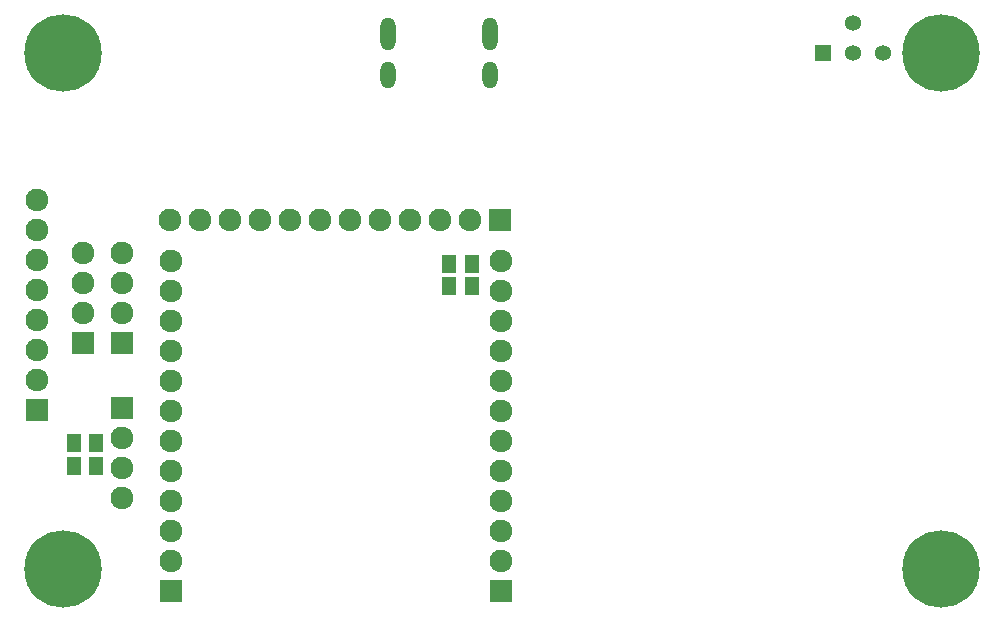
<source format=gbs>
G04*
G04 #@! TF.GenerationSoftware,Altium Limited,Altium Designer,25.3.3 (18)*
G04*
G04 Layer_Color=16711935*
%FSLAX25Y25*%
%MOIN*%
G70*
G04*
G04 #@! TF.SameCoordinates,FAE4C2FF-6651-435E-A804-DF7E7BB8AC14*
G04*
G04*
G04 #@! TF.FilePolarity,Negative*
G04*
G01*
G75*
%ADD38R,0.04737X0.06312*%
%ADD50C,0.05347*%
%ADD51R,0.05347X0.05347*%
%ADD52O,0.05131X0.09068*%
%ADD53O,0.05131X0.11036*%
%ADD54C,0.07591*%
%ADD55R,0.07591X0.07591*%
%ADD56R,0.07591X0.07591*%
%ADD57C,0.25800*%
D38*
X128150Y151575D02*
D03*
X120669D02*
D03*
X128150Y159055D02*
D03*
X120669D02*
D03*
X245866Y211417D02*
D03*
X253346D02*
D03*
Y218898D02*
D03*
X245866D02*
D03*
D50*
X390315Y289213D02*
D03*
X380315Y299213D02*
D03*
Y289213D02*
D03*
D51*
X370315D02*
D03*
D52*
X225520Y281626D02*
D03*
X259520D02*
D03*
D53*
X225512Y295276D02*
D03*
X259528D02*
D03*
D54*
X108268Y209921D02*
D03*
Y219921D02*
D03*
Y179921D02*
D03*
Y189921D02*
D03*
Y199921D02*
D03*
Y229921D02*
D03*
Y239921D02*
D03*
X136614Y140787D02*
D03*
Y150787D02*
D03*
Y160787D02*
D03*
X136614Y222362D02*
D03*
Y212362D02*
D03*
Y202362D02*
D03*
X152756Y233465D02*
D03*
X162756D02*
D03*
X172756D02*
D03*
X182756D02*
D03*
X192756D02*
D03*
X202756D02*
D03*
X232756D02*
D03*
X242756D02*
D03*
X252756D02*
D03*
X212756D02*
D03*
X222756D02*
D03*
X153150Y219843D02*
D03*
Y209842D02*
D03*
Y199843D02*
D03*
Y189842D02*
D03*
Y179842D02*
D03*
Y169843D02*
D03*
Y139842D02*
D03*
Y129842D02*
D03*
Y119843D02*
D03*
Y159843D02*
D03*
Y149843D02*
D03*
X262992Y219843D02*
D03*
Y209842D02*
D03*
Y199843D02*
D03*
Y189842D02*
D03*
Y179842D02*
D03*
Y169843D02*
D03*
Y139842D02*
D03*
Y129842D02*
D03*
Y119843D02*
D03*
Y159843D02*
D03*
Y149843D02*
D03*
X123622Y202362D02*
D03*
Y212362D02*
D03*
Y222362D02*
D03*
D55*
X108268Y169921D02*
D03*
X136614Y170787D02*
D03*
X136614Y192362D02*
D03*
X153150Y109843D02*
D03*
X262992D02*
D03*
X123622Y192362D02*
D03*
D56*
X262756Y233465D02*
D03*
D57*
X409842Y288976D02*
D03*
Y116929D02*
D03*
X116929D02*
D03*
Y288976D02*
D03*
M02*

</source>
